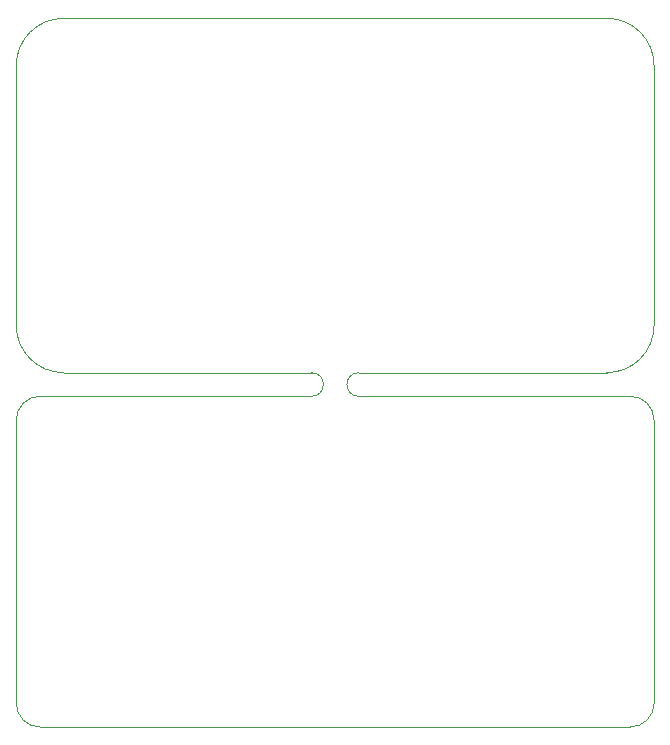
<source format=gbr>
G04 #@! TF.GenerationSoftware,KiCad,Pcbnew,(5.1.6)-1*
G04 #@! TF.CreationDate,2020-07-08T14:04:07+02:00*
G04 #@! TF.ProjectId,InteractiveGuitar,496e7465-7261-4637-9469-766547756974,rev?*
G04 #@! TF.SameCoordinates,Original*
G04 #@! TF.FileFunction,Profile,NP*
%FSLAX46Y46*%
G04 Gerber Fmt 4.6, Leading zero omitted, Abs format (unit mm)*
G04 Created by KiCad (PCBNEW (5.1.6)-1) date 2020-07-08 14:04:07*
%MOMM*%
%LPD*%
G01*
G04 APERTURE LIST*
G04 #@! TA.AperFunction,Profile*
%ADD10C,0.050000*%
G04 #@! TD*
G04 APERTURE END LIST*
D10*
X174000000Y-128000000D02*
G75*
G02*
X172000000Y-130000000I-2000000J0D01*
G01*
X122000000Y-130000000D02*
G75*
G02*
X120000000Y-128000000I0J2000000D01*
G01*
X120000000Y-104000000D02*
G75*
G02*
X122000000Y-102000000I2000000J0D01*
G01*
X172000000Y-102000000D02*
G75*
G02*
X174000000Y-104000000I0J-2000000D01*
G01*
X170000000Y-70000000D02*
G75*
G02*
X174000000Y-74000000I0J-4000000D01*
G01*
X174000000Y-96000000D02*
G75*
G02*
X170000000Y-100000000I-4000000J0D01*
G01*
X124000000Y-100000000D02*
G75*
G02*
X120000000Y-96000000I0J4000000D01*
G01*
X120000000Y-74000000D02*
G75*
G02*
X124000000Y-70000000I4000000J0D01*
G01*
X122000000Y-130000000D02*
X172000000Y-130000000D01*
X174000000Y-104000000D02*
X174000000Y-128000000D01*
X149000000Y-102000000D02*
X172000000Y-102000000D01*
X120000000Y-104000000D02*
X120000000Y-128000000D01*
X145000000Y-102000000D02*
X122000000Y-102000000D01*
X149000000Y-102000000D02*
G75*
G02*
X149000000Y-100000000I0J1000000D01*
G01*
X145000000Y-100000000D02*
G75*
G02*
X145000000Y-102000000I0J-1000000D01*
G01*
X174000000Y-74000000D02*
X174000000Y-96000000D01*
X124000000Y-70000000D02*
X170000000Y-70000000D01*
X120000000Y-96000000D02*
X120000000Y-74000000D01*
X145000000Y-100000000D02*
X124000000Y-100000000D01*
X149000000Y-100000000D02*
X170000000Y-100000000D01*
M02*

</source>
